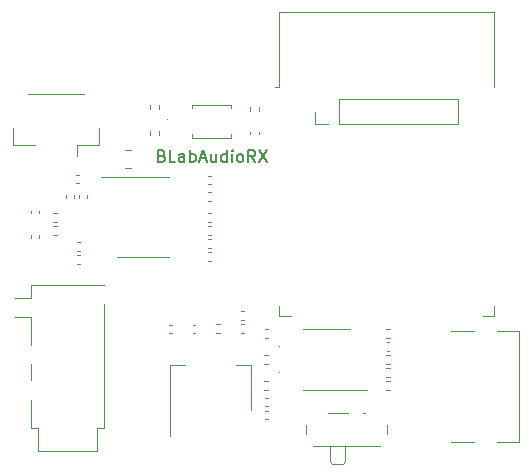
<source format=gbr>
%TF.GenerationSoftware,KiCad,Pcbnew,(5.1.8)-1*%
%TF.CreationDate,2021-11-13T22:26:41+08:00*%
%TF.ProjectId,wifiaudiorx,77696669-6175-4646-996f-72782e6b6963,rev?*%
%TF.SameCoordinates,Original*%
%TF.FileFunction,Legend,Top*%
%TF.FilePolarity,Positive*%
%FSLAX46Y46*%
G04 Gerber Fmt 4.6, Leading zero omitted, Abs format (unit mm)*
G04 Created by KiCad (PCBNEW (5.1.8)-1) date 2021-11-13 22:26:41*
%MOMM*%
%LPD*%
G01*
G04 APERTURE LIST*
%ADD10C,0.150000*%
%ADD11C,0.120000*%
%ADD12C,0.100000*%
G04 APERTURE END LIST*
D10*
X103061904Y-105028571D02*
X103204761Y-105076190D01*
X103252380Y-105123809D01*
X103300000Y-105219047D01*
X103300000Y-105361904D01*
X103252380Y-105457142D01*
X103204761Y-105504761D01*
X103109523Y-105552380D01*
X102728571Y-105552380D01*
X102728571Y-104552380D01*
X103061904Y-104552380D01*
X103157142Y-104600000D01*
X103204761Y-104647619D01*
X103252380Y-104742857D01*
X103252380Y-104838095D01*
X103204761Y-104933333D01*
X103157142Y-104980952D01*
X103061904Y-105028571D01*
X102728571Y-105028571D01*
X104204761Y-105552380D02*
X103728571Y-105552380D01*
X103728571Y-104552380D01*
X104966666Y-105552380D02*
X104966666Y-105028571D01*
X104919047Y-104933333D01*
X104823809Y-104885714D01*
X104633333Y-104885714D01*
X104538095Y-104933333D01*
X104966666Y-105504761D02*
X104871428Y-105552380D01*
X104633333Y-105552380D01*
X104538095Y-105504761D01*
X104490476Y-105409523D01*
X104490476Y-105314285D01*
X104538095Y-105219047D01*
X104633333Y-105171428D01*
X104871428Y-105171428D01*
X104966666Y-105123809D01*
X105442857Y-105552380D02*
X105442857Y-104552380D01*
X105442857Y-104933333D02*
X105538095Y-104885714D01*
X105728571Y-104885714D01*
X105823809Y-104933333D01*
X105871428Y-104980952D01*
X105919047Y-105076190D01*
X105919047Y-105361904D01*
X105871428Y-105457142D01*
X105823809Y-105504761D01*
X105728571Y-105552380D01*
X105538095Y-105552380D01*
X105442857Y-105504761D01*
X106300000Y-105266666D02*
X106776190Y-105266666D01*
X106204761Y-105552380D02*
X106538095Y-104552380D01*
X106871428Y-105552380D01*
X107633333Y-104885714D02*
X107633333Y-105552380D01*
X107204761Y-104885714D02*
X107204761Y-105409523D01*
X107252380Y-105504761D01*
X107347619Y-105552380D01*
X107490476Y-105552380D01*
X107585714Y-105504761D01*
X107633333Y-105457142D01*
X108538095Y-105552380D02*
X108538095Y-104552380D01*
X108538095Y-105504761D02*
X108442857Y-105552380D01*
X108252380Y-105552380D01*
X108157142Y-105504761D01*
X108109523Y-105457142D01*
X108061904Y-105361904D01*
X108061904Y-105076190D01*
X108109523Y-104980952D01*
X108157142Y-104933333D01*
X108252380Y-104885714D01*
X108442857Y-104885714D01*
X108538095Y-104933333D01*
X109014285Y-105552380D02*
X109014285Y-104885714D01*
X109014285Y-104552380D02*
X108966666Y-104600000D01*
X109014285Y-104647619D01*
X109061904Y-104600000D01*
X109014285Y-104552380D01*
X109014285Y-104647619D01*
X109633333Y-105552380D02*
X109538095Y-105504761D01*
X109490476Y-105457142D01*
X109442857Y-105361904D01*
X109442857Y-105076190D01*
X109490476Y-104980952D01*
X109538095Y-104933333D01*
X109633333Y-104885714D01*
X109776190Y-104885714D01*
X109871428Y-104933333D01*
X109919047Y-104980952D01*
X109966666Y-105076190D01*
X109966666Y-105361904D01*
X109919047Y-105457142D01*
X109871428Y-105504761D01*
X109776190Y-105552380D01*
X109633333Y-105552380D01*
X110966666Y-105552380D02*
X110633333Y-105076190D01*
X110395238Y-105552380D02*
X110395238Y-104552380D01*
X110776190Y-104552380D01*
X110871428Y-104600000D01*
X110919047Y-104647619D01*
X110966666Y-104742857D01*
X110966666Y-104885714D01*
X110919047Y-104980952D01*
X110871428Y-105028571D01*
X110776190Y-105076190D01*
X110395238Y-105076190D01*
X111300000Y-104552380D02*
X111966666Y-105552380D01*
X111966666Y-104552380D02*
X111300000Y-105552380D01*
D11*
%TO.C,J1*%
X92000000Y-118650000D02*
X90600000Y-118650000D01*
X92000000Y-117100000D02*
X90600000Y-117100000D01*
X98200000Y-117550000D02*
X98200000Y-128075000D01*
X92000000Y-117100000D02*
X92000000Y-115975000D01*
X92000000Y-121050000D02*
X92000000Y-118650000D01*
X92000000Y-124050000D02*
X92000000Y-122700000D01*
X92000000Y-128075000D02*
X92000000Y-125700000D01*
X98200000Y-115975000D02*
X92000000Y-115975000D01*
X92000000Y-128075000D02*
X92600000Y-128075000D01*
X97600000Y-128075000D02*
X98200000Y-128075000D01*
X92600000Y-130075000D02*
X97600000Y-130075000D01*
X92600000Y-128075000D02*
X92600000Y-130075000D01*
X97600000Y-128075000D02*
X97600000Y-130075000D01*
%TO.C,R19*%
X107253641Y-113980000D02*
X106946359Y-113980000D01*
X107253641Y-113220000D02*
X106946359Y-113220000D01*
%TO.C,R14*%
X100427064Y-104565000D02*
X99972936Y-104565000D01*
X100427064Y-106035000D02*
X99972936Y-106035000D01*
%TO.C,R12*%
X94153641Y-109920000D02*
X93846359Y-109920000D01*
X94153641Y-110680000D02*
X93846359Y-110680000D01*
%TO.C,U2*%
X101500000Y-106815000D02*
X97900000Y-106815000D01*
X101500000Y-106815000D02*
X103700000Y-106815000D01*
X101500000Y-113585000D02*
X99300000Y-113585000D01*
X101500000Y-113585000D02*
X103700000Y-113585000D01*
%TO.C,R16*%
X102020000Y-100746359D02*
X102020000Y-101053641D01*
X102780000Y-100746359D02*
X102780000Y-101053641D01*
%TO.C,R15*%
X102780000Y-103253641D02*
X102780000Y-102946359D01*
X102020000Y-103253641D02*
X102020000Y-102946359D01*
%TO.C,R4*%
X110053641Y-118220000D02*
X109746359Y-118220000D01*
X110053641Y-118980000D02*
X109746359Y-118980000D01*
%TO.C,R3*%
X110520000Y-100946359D02*
X110520000Y-101253641D01*
X111280000Y-100946359D02*
X111280000Y-101253641D01*
D12*
%TO.C,D4*%
X103550000Y-101990000D02*
G75*
G03*
X103550000Y-101990000I-50000J0D01*
G01*
%TO.C,D3*%
X103550000Y-102010000D02*
G75*
G03*
X103550000Y-102010000I-50000J0D01*
G01*
D11*
%TO.C,C1*%
X110540000Y-102992164D02*
X110540000Y-103207836D01*
X111260000Y-102992164D02*
X111260000Y-103207836D01*
%TO.C,R8*%
X112053641Y-121920000D02*
X111746359Y-121920000D01*
X112053641Y-122680000D02*
X111746359Y-122680000D01*
%TO.C,R7*%
X122046359Y-123780000D02*
X122353641Y-123780000D01*
X122046359Y-123020000D02*
X122353641Y-123020000D01*
%TO.C,R6*%
X111746359Y-124880000D02*
X112053641Y-124880000D01*
X111746359Y-124120000D02*
X112053641Y-124120000D01*
%TO.C,R5*%
X122046359Y-120480000D02*
X122353641Y-120480000D01*
X122046359Y-119720000D02*
X122353641Y-119720000D01*
D12*
%TO.C,D2*%
X113040000Y-121200000D02*
G75*
G03*
X113040000Y-121200000I-50000J0D01*
G01*
%TO.C,D1*%
X113040000Y-123400000D02*
G75*
G03*
X113040000Y-123400000I-50000J0D01*
G01*
D11*
%TO.C,C5*%
X112007836Y-119740000D02*
X111792164Y-119740000D01*
X112007836Y-120460000D02*
X111792164Y-120460000D01*
%TO.C,C4*%
X122092164Y-121560000D02*
X122307836Y-121560000D01*
X122092164Y-120840000D02*
X122307836Y-120840000D01*
%TO.C,R2*%
X122353641Y-121920000D02*
X122046359Y-121920000D01*
X122353641Y-122680000D02*
X122046359Y-122680000D01*
%TO.C,R1*%
X122046359Y-124880000D02*
X122353641Y-124880000D01*
X122046359Y-124120000D02*
X122353641Y-124120000D01*
%TO.C,J2*%
X97710000Y-102660000D02*
X97710000Y-104110000D01*
X97710000Y-104110000D02*
X95910000Y-104110000D01*
X95910000Y-104110000D02*
X95910000Y-105100000D01*
X90490000Y-102660000D02*
X90490000Y-104110000D01*
X90490000Y-104110000D02*
X92290000Y-104110000D01*
X96440000Y-99840000D02*
X91760000Y-99840000D01*
%TO.C,R18*%
X109746359Y-120080000D02*
X110053641Y-120080000D01*
X109746359Y-119320000D02*
X110053641Y-119320000D01*
%TO.C,R17*%
X107646359Y-120080000D02*
X107953641Y-120080000D01*
X107646359Y-119320000D02*
X107953641Y-119320000D01*
%TO.C,C7*%
X103907836Y-119340000D02*
X103692164Y-119340000D01*
X103907836Y-120060000D02*
X103692164Y-120060000D01*
%TO.C,C6*%
X112007836Y-126640000D02*
X111792164Y-126640000D01*
X112007836Y-127360000D02*
X111792164Y-127360000D01*
%TO.C,C3*%
X105692164Y-120060000D02*
X105907836Y-120060000D01*
X105692164Y-119340000D02*
X105907836Y-119340000D01*
%TO.C,C2*%
X112007836Y-125540000D02*
X111792164Y-125540000D01*
X112007836Y-126260000D02*
X111792164Y-126260000D01*
%TO.C,R13*%
X94153641Y-111020000D02*
X93846359Y-111020000D01*
X94153641Y-111780000D02*
X93846359Y-111780000D01*
%TO.C,R11*%
X107253641Y-109920000D02*
X106946359Y-109920000D01*
X107253641Y-110680000D02*
X106946359Y-110680000D01*
%TO.C,R10*%
X106946359Y-111780000D02*
X107253641Y-111780000D01*
X106946359Y-111020000D02*
X107253641Y-111020000D01*
%TO.C,R9*%
X107253641Y-112120000D02*
X106946359Y-112120000D01*
X107253641Y-112880000D02*
X106946359Y-112880000D01*
%TO.C,C16*%
X95660000Y-108607836D02*
X95660000Y-108392164D01*
X94940000Y-108607836D02*
X94940000Y-108392164D01*
%TO.C,C15*%
X107207836Y-108140000D02*
X106992164Y-108140000D01*
X107207836Y-108860000D02*
X106992164Y-108860000D01*
%TO.C,C14*%
X96040000Y-108392164D02*
X96040000Y-108607836D01*
X96760000Y-108392164D02*
X96760000Y-108607836D01*
%TO.C,C13*%
X92660000Y-111987836D02*
X92660000Y-111772164D01*
X91940000Y-111987836D02*
X91940000Y-111772164D01*
%TO.C,C12*%
X91940000Y-109692164D02*
X91940000Y-109907836D01*
X92660000Y-109692164D02*
X92660000Y-109907836D01*
%TO.C,C11*%
X96107836Y-113440000D02*
X95892164Y-113440000D01*
X96107836Y-114160000D02*
X95892164Y-114160000D01*
%TO.C,C10*%
X106992164Y-107460000D02*
X107207836Y-107460000D01*
X106992164Y-106740000D02*
X107207836Y-106740000D01*
%TO.C,C9*%
X96007836Y-106640000D02*
X95792164Y-106640000D01*
X96007836Y-107360000D02*
X95792164Y-107360000D01*
%TO.C,C8*%
X96107836Y-112340000D02*
X95892164Y-112340000D01*
X96107836Y-113060000D02*
X95892164Y-113060000D01*
%TO.C,J8*%
X128160000Y-102360000D02*
X128160000Y-100240000D01*
X118100000Y-102360000D02*
X128160000Y-102360000D01*
X118100000Y-100240000D02*
X128160000Y-100240000D01*
X118100000Y-102360000D02*
X118100000Y-100240000D01*
X117100000Y-102360000D02*
X116040000Y-102360000D01*
X116040000Y-102360000D02*
X116040000Y-101300000D01*
%TO.C,SW2*%
X108950000Y-100700000D02*
X108950000Y-101000000D01*
X105650000Y-100700000D02*
X108950000Y-100700000D01*
X105650000Y-101000000D02*
X105650000Y-100700000D01*
X108950000Y-103500000D02*
X108950000Y-103200000D01*
X105650000Y-103500000D02*
X108950000Y-103500000D01*
X105650000Y-103200000D02*
X105650000Y-103500000D01*
%TO.C,J6*%
X131400000Y-129300000D02*
X133300000Y-129300000D01*
X127500000Y-129300000D02*
X129500000Y-129300000D01*
X131400000Y-119900000D02*
X133300000Y-119900000D01*
X127500000Y-119900000D02*
X129500000Y-119900000D01*
X133300000Y-129300000D02*
X133300000Y-119900000D01*
%TO.C,SW1*%
X120100000Y-126780000D02*
X120300000Y-126780000D01*
X117300000Y-130920000D02*
X117500000Y-131130000D01*
X118600000Y-130920000D02*
X118400000Y-131130000D01*
X117300000Y-129630000D02*
X117300000Y-130920000D01*
X117500000Y-131130000D02*
X118400000Y-131130000D01*
X118600000Y-130920000D02*
X118600000Y-129630000D01*
X115850000Y-129630000D02*
X121550000Y-129630000D01*
X117100000Y-126780000D02*
X118800000Y-126780000D01*
X115250000Y-127830000D02*
X115250000Y-128620000D01*
X122150000Y-128620000D02*
X122150000Y-127830000D01*
%TO.C,U1*%
X112980000Y-117800000D02*
X112980000Y-118580000D01*
X112980000Y-118580000D02*
X113980000Y-118580000D01*
X131220000Y-117800000D02*
X131220000Y-118580000D01*
X131220000Y-118580000D02*
X130220000Y-118580000D01*
X112980000Y-92835000D02*
X131220000Y-92835000D01*
X131220000Y-92835000D02*
X131220000Y-99255000D01*
X112980000Y-92835000D02*
X112980000Y-99255000D01*
X112980000Y-99255000D02*
X112600000Y-99255000D01*
%TO.C,U4*%
X110610000Y-122790000D02*
X109350000Y-122790000D01*
X103790000Y-122790000D02*
X105050000Y-122790000D01*
X110610000Y-126550000D02*
X110610000Y-122790000D01*
X103790000Y-128800000D02*
X103790000Y-122790000D01*
%TO.C,U3*%
X117000000Y-119740000D02*
X115050000Y-119740000D01*
X117000000Y-119740000D02*
X118950000Y-119740000D01*
X117000000Y-124860000D02*
X115050000Y-124860000D01*
X117000000Y-124860000D02*
X120450000Y-124860000D01*
%TD*%
M02*

</source>
